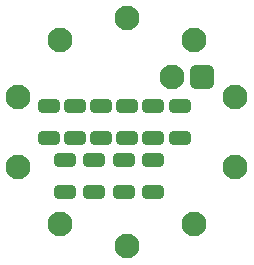
<source format=gts>
G04 Layer_Color=8388736*
%FSLAX25Y25*%
%MOIN*%
G70*
G01*
G75*
G04:AMPARAMS|DCode=19|XSize=70.87mil|YSize=47.24mil|CornerRadius=12.8mil|HoleSize=0mil|Usage=FLASHONLY|Rotation=180.000|XOffset=0mil|YOffset=0mil|HoleType=Round|Shape=RoundedRectangle|*
%AMROUNDEDRECTD19*
21,1,0.07087,0.02165,0,0,180.0*
21,1,0.04528,0.04724,0,0,180.0*
1,1,0.02559,-0.02264,0.01083*
1,1,0.02559,0.02264,0.01083*
1,1,0.02559,0.02264,-0.01083*
1,1,0.02559,-0.02264,-0.01083*
%
%ADD19ROUNDEDRECTD19*%
%ADD20C,0.08268*%
G04:AMPARAMS|DCode=21|XSize=82.68mil|YSize=82.68mil|CornerRadius=21.65mil|HoleSize=0mil|Usage=FLASHONLY|Rotation=180.000|XOffset=0mil|YOffset=0mil|HoleType=Round|Shape=RoundedRectangle|*
%AMROUNDEDRECTD21*
21,1,0.08268,0.03937,0,0,180.0*
21,1,0.03937,0.08268,0,0,180.0*
1,1,0.04331,-0.01969,0.01969*
1,1,0.04331,0.01969,0.01969*
1,1,0.04331,0.01969,-0.01969*
1,1,0.04331,-0.01969,-0.01969*
%
%ADD21ROUNDEDRECTD21*%
D19*
X8661Y-1870D02*
D03*
Y8760D02*
D03*
X-49Y-1870D02*
D03*
Y8760D02*
D03*
X-8760Y-1870D02*
D03*
Y8760D02*
D03*
X-17470Y-1870D02*
D03*
Y8760D02*
D03*
X-26181Y-1870D02*
D03*
Y8760D02*
D03*
X-20669Y-19882D02*
D03*
Y-9252D02*
D03*
X-10925Y-19882D02*
D03*
Y-9252D02*
D03*
X-1181Y-19882D02*
D03*
Y-9252D02*
D03*
X8563Y-19882D02*
D03*
Y-9252D02*
D03*
X17618Y-1969D02*
D03*
Y8661D02*
D03*
D20*
X14902Y18209D02*
D03*
X-98Y37902D02*
D03*
X22237Y30644D02*
D03*
X36042Y11644D02*
D03*
Y-11841D02*
D03*
X22237Y-30841D02*
D03*
X-98Y-38098D02*
D03*
X-22434Y-30841D02*
D03*
X-36239Y-11841D02*
D03*
Y11644D02*
D03*
X-22434Y30644D02*
D03*
D21*
X24902Y18209D02*
D03*
M02*

</source>
